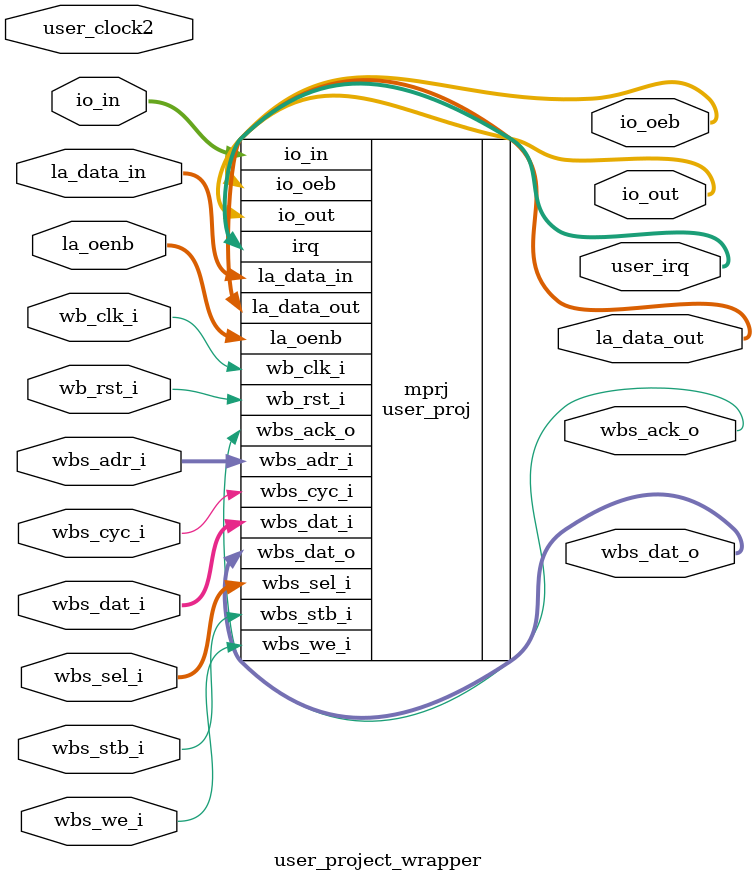
<source format=v>
module user_project_wrapper (user_clock2,
    wb_clk_i,
    wb_rst_i,
    wbs_ack_o,
    wbs_cyc_i,
    wbs_stb_i,
    wbs_we_i,
    io_in,
    io_oeb,
    io_out,
    la_data_in,
    la_data_out,
    la_oenb,
    user_irq,
    wbs_adr_i,
    wbs_dat_i,
    wbs_dat_o,
    wbs_sel_i);
 input user_clock2;
 input wb_clk_i;
 input wb_rst_i;
 output wbs_ack_o;
 input wbs_cyc_i;
 input wbs_stb_i;
 input wbs_we_i;
 input [37:0] io_in;
 output [37:0] io_oeb;
 output [37:0] io_out;
 input [63:0] la_data_in;
 output [63:0] la_data_out;
 input [63:0] la_oenb;
 output [2:0] user_irq;
 input [31:0] wbs_adr_i;
 input [31:0] wbs_dat_i;
 output [31:0] wbs_dat_o;
 input [3:0] wbs_sel_i;


 user_proj mprj (.wb_clk_i(wb_clk_i),
    .wb_rst_i(wb_rst_i),
    .wbs_ack_o(wbs_ack_o),
    .wbs_cyc_i(wbs_cyc_i),
    .wbs_stb_i(wbs_stb_i),
    .wbs_we_i(wbs_we_i),
    .io_in({io_in[37],
    io_in[36],
    io_in[35],
    io_in[34],
    io_in[33],
    io_in[32],
    io_in[31],
    io_in[30],
    io_in[29],
    io_in[28],
    io_in[27],
    io_in[26],
    io_in[25],
    io_in[24],
    io_in[23],
    io_in[22],
    io_in[21],
    io_in[20],
    io_in[19],
    io_in[18],
    io_in[17],
    io_in[16],
    io_in[15],
    io_in[14],
    io_in[13],
    io_in[12],
    io_in[11],
    io_in[10],
    io_in[9],
    io_in[8],
    io_in[7],
    io_in[6],
    io_in[5],
    io_in[4],
    io_in[3],
    io_in[2],
    io_in[1],
    io_in[0]}),
    .io_oeb({io_oeb[37],
    io_oeb[36],
    io_oeb[35],
    io_oeb[34],
    io_oeb[33],
    io_oeb[32],
    io_oeb[31],
    io_oeb[30],
    io_oeb[29],
    io_oeb[28],
    io_oeb[27],
    io_oeb[26],
    io_oeb[25],
    io_oeb[24],
    io_oeb[23],
    io_oeb[22],
    io_oeb[21],
    io_oeb[20],
    io_oeb[19],
    io_oeb[18],
    io_oeb[17],
    io_oeb[16],
    io_oeb[15],
    io_oeb[14],
    io_oeb[13],
    io_oeb[12],
    io_oeb[11],
    io_oeb[10],
    io_oeb[9],
    io_oeb[8],
    io_oeb[7],
    io_oeb[6],
    io_oeb[5],
    io_oeb[4],
    io_oeb[3],
    io_oeb[2],
    io_oeb[1],
    io_oeb[0]}),
    .io_out({io_out[37],
    io_out[36],
    io_out[35],
    io_out[34],
    io_out[33],
    io_out[32],
    io_out[31],
    io_out[30],
    io_out[29],
    io_out[28],
    io_out[27],
    io_out[26],
    io_out[25],
    io_out[24],
    io_out[23],
    io_out[22],
    io_out[21],
    io_out[20],
    io_out[19],
    io_out[18],
    io_out[17],
    io_out[16],
    io_out[15],
    io_out[14],
    io_out[13],
    io_out[12],
    io_out[11],
    io_out[10],
    io_out[9],
    io_out[8],
    io_out[7],
    io_out[6],
    io_out[5],
    io_out[4],
    io_out[3],
    io_out[2],
    io_out[1],
    io_out[0]}),
    .irq({user_irq[2],
    user_irq[1],
    user_irq[0]}),
    .la_data_in({la_data_in[63],
    la_data_in[62],
    la_data_in[61],
    la_data_in[60],
    la_data_in[59],
    la_data_in[58],
    la_data_in[57],
    la_data_in[56],
    la_data_in[55],
    la_data_in[54],
    la_data_in[53],
    la_data_in[52],
    la_data_in[51],
    la_data_in[50],
    la_data_in[49],
    la_data_in[48],
    la_data_in[47],
    la_data_in[46],
    la_data_in[45],
    la_data_in[44],
    la_data_in[43],
    la_data_in[42],
    la_data_in[41],
    la_data_in[40],
    la_data_in[39],
    la_data_in[38],
    la_data_in[37],
    la_data_in[36],
    la_data_in[35],
    la_data_in[34],
    la_data_in[33],
    la_data_in[32],
    la_data_in[31],
    la_data_in[30],
    la_data_in[29],
    la_data_in[28],
    la_data_in[27],
    la_data_in[26],
    la_data_in[25],
    la_data_in[24],
    la_data_in[23],
    la_data_in[22],
    la_data_in[21],
    la_data_in[20],
    la_data_in[19],
    la_data_in[18],
    la_data_in[17],
    la_data_in[16],
    la_data_in[15],
    la_data_in[14],
    la_data_in[13],
    la_data_in[12],
    la_data_in[11],
    la_data_in[10],
    la_data_in[9],
    la_data_in[8],
    la_data_in[7],
    la_data_in[6],
    la_data_in[5],
    la_data_in[4],
    la_data_in[3],
    la_data_in[2],
    la_data_in[1],
    la_data_in[0]}),
    .la_data_out({la_data_out[63],
    la_data_out[62],
    la_data_out[61],
    la_data_out[60],
    la_data_out[59],
    la_data_out[58],
    la_data_out[57],
    la_data_out[56],
    la_data_out[55],
    la_data_out[54],
    la_data_out[53],
    la_data_out[52],
    la_data_out[51],
    la_data_out[50],
    la_data_out[49],
    la_data_out[48],
    la_data_out[47],
    la_data_out[46],
    la_data_out[45],
    la_data_out[44],
    la_data_out[43],
    la_data_out[42],
    la_data_out[41],
    la_data_out[40],
    la_data_out[39],
    la_data_out[38],
    la_data_out[37],
    la_data_out[36],
    la_data_out[35],
    la_data_out[34],
    la_data_out[33],
    la_data_out[32],
    la_data_out[31],
    la_data_out[30],
    la_data_out[29],
    la_data_out[28],
    la_data_out[27],
    la_data_out[26],
    la_data_out[25],
    la_data_out[24],
    la_data_out[23],
    la_data_out[22],
    la_data_out[21],
    la_data_out[20],
    la_data_out[19],
    la_data_out[18],
    la_data_out[17],
    la_data_out[16],
    la_data_out[15],
    la_data_out[14],
    la_data_out[13],
    la_data_out[12],
    la_data_out[11],
    la_data_out[10],
    la_data_out[9],
    la_data_out[8],
    la_data_out[7],
    la_data_out[6],
    la_data_out[5],
    la_data_out[4],
    la_data_out[3],
    la_data_out[2],
    la_data_out[1],
    la_data_out[0]}),
    .la_oenb({la_oenb[63],
    la_oenb[62],
    la_oenb[61],
    la_oenb[60],
    la_oenb[59],
    la_oenb[58],
    la_oenb[57],
    la_oenb[56],
    la_oenb[55],
    la_oenb[54],
    la_oenb[53],
    la_oenb[52],
    la_oenb[51],
    la_oenb[50],
    la_oenb[49],
    la_oenb[48],
    la_oenb[47],
    la_oenb[46],
    la_oenb[45],
    la_oenb[44],
    la_oenb[43],
    la_oenb[42],
    la_oenb[41],
    la_oenb[40],
    la_oenb[39],
    la_oenb[38],
    la_oenb[37],
    la_oenb[36],
    la_oenb[35],
    la_oenb[34],
    la_oenb[33],
    la_oenb[32],
    la_oenb[31],
    la_oenb[30],
    la_oenb[29],
    la_oenb[28],
    la_oenb[27],
    la_oenb[26],
    la_oenb[25],
    la_oenb[24],
    la_oenb[23],
    la_oenb[22],
    la_oenb[21],
    la_oenb[20],
    la_oenb[19],
    la_oenb[18],
    la_oenb[17],
    la_oenb[16],
    la_oenb[15],
    la_oenb[14],
    la_oenb[13],
    la_oenb[12],
    la_oenb[11],
    la_oenb[10],
    la_oenb[9],
    la_oenb[8],
    la_oenb[7],
    la_oenb[6],
    la_oenb[5],
    la_oenb[4],
    la_oenb[3],
    la_oenb[2],
    la_oenb[1],
    la_oenb[0]}),
    .wbs_adr_i({wbs_adr_i[31],
    wbs_adr_i[30],
    wbs_adr_i[29],
    wbs_adr_i[28],
    wbs_adr_i[27],
    wbs_adr_i[26],
    wbs_adr_i[25],
    wbs_adr_i[24],
    wbs_adr_i[23],
    wbs_adr_i[22],
    wbs_adr_i[21],
    wbs_adr_i[20],
    wbs_adr_i[19],
    wbs_adr_i[18],
    wbs_adr_i[17],
    wbs_adr_i[16],
    wbs_adr_i[15],
    wbs_adr_i[14],
    wbs_adr_i[13],
    wbs_adr_i[12],
    wbs_adr_i[11],
    wbs_adr_i[10],
    wbs_adr_i[9],
    wbs_adr_i[8],
    wbs_adr_i[7],
    wbs_adr_i[6],
    wbs_adr_i[5],
    wbs_adr_i[4],
    wbs_adr_i[3],
    wbs_adr_i[2],
    wbs_adr_i[1],
    wbs_adr_i[0]}),
    .wbs_dat_i({wbs_dat_i[31],
    wbs_dat_i[30],
    wbs_dat_i[29],
    wbs_dat_i[28],
    wbs_dat_i[27],
    wbs_dat_i[26],
    wbs_dat_i[25],
    wbs_dat_i[24],
    wbs_dat_i[23],
    wbs_dat_i[22],
    wbs_dat_i[21],
    wbs_dat_i[20],
    wbs_dat_i[19],
    wbs_dat_i[18],
    wbs_dat_i[17],
    wbs_dat_i[16],
    wbs_dat_i[15],
    wbs_dat_i[14],
    wbs_dat_i[13],
    wbs_dat_i[12],
    wbs_dat_i[11],
    wbs_dat_i[10],
    wbs_dat_i[9],
    wbs_dat_i[8],
    wbs_dat_i[7],
    wbs_dat_i[6],
    wbs_dat_i[5],
    wbs_dat_i[4],
    wbs_dat_i[3],
    wbs_dat_i[2],
    wbs_dat_i[1],
    wbs_dat_i[0]}),
    .wbs_dat_o({wbs_dat_o[31],
    wbs_dat_o[30],
    wbs_dat_o[29],
    wbs_dat_o[28],
    wbs_dat_o[27],
    wbs_dat_o[26],
    wbs_dat_o[25],
    wbs_dat_o[24],
    wbs_dat_o[23],
    wbs_dat_o[22],
    wbs_dat_o[21],
    wbs_dat_o[20],
    wbs_dat_o[19],
    wbs_dat_o[18],
    wbs_dat_o[17],
    wbs_dat_o[16],
    wbs_dat_o[15],
    wbs_dat_o[14],
    wbs_dat_o[13],
    wbs_dat_o[12],
    wbs_dat_o[11],
    wbs_dat_o[10],
    wbs_dat_o[9],
    wbs_dat_o[8],
    wbs_dat_o[7],
    wbs_dat_o[6],
    wbs_dat_o[5],
    wbs_dat_o[4],
    wbs_dat_o[3],
    wbs_dat_o[2],
    wbs_dat_o[1],
    wbs_dat_o[0]}),
    .wbs_sel_i({wbs_sel_i[3],
    wbs_sel_i[2],
    wbs_sel_i[1],
    wbs_sel_i[0]}));
endmodule


</source>
